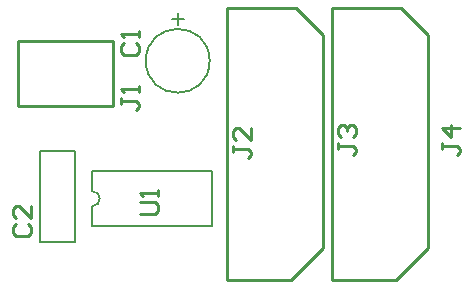
<source format=gto>
G04 Layer_Color=65535*
%FSLAX25Y25*%
%MOIN*%
G70*
G01*
G75*
%ADD21C,0.00787*%
%ADD22C,0.01000*%
D21*
X32500Y60992D02*
G03*
X32500Y65992I0J2500D01*
G01*
X71630Y109437D02*
G03*
X71630Y109437I-10630J0D01*
G01*
X32500Y54240D02*
X72500D01*
Y72744D01*
X32500D02*
X72500D01*
X32500Y65992D02*
Y72744D01*
Y54240D02*
Y60992D01*
X59000Y123374D02*
X63000D01*
X61000Y121374D02*
Y125374D01*
X15094Y49185D02*
X26906D01*
X15094D02*
Y79500D01*
X26906D01*
Y49185D02*
Y79500D01*
D22*
X39406Y94252D02*
Y115905D01*
X38224D02*
X39406D01*
X7909D02*
X38224D01*
X7909Y94252D02*
Y115905D01*
Y94252D02*
X39406D01*
X112413Y36500D02*
X133913D01*
X144413Y47000D01*
Y118000D01*
X135413Y127000D02*
X144413Y118000D01*
X112413Y127000D02*
X135413D01*
X112413Y36500D02*
Y127000D01*
X77413Y36500D02*
X98913D01*
X109413Y47000D01*
Y118000D01*
X100413Y127000D02*
X109413Y118000D01*
X77413Y127000D02*
X100413D01*
X77413Y36500D02*
Y127000D01*
X48502Y58500D02*
X53500D01*
X54500Y59500D01*
Y61499D01*
X53500Y62499D01*
X48502D01*
X54500Y64498D02*
Y66497D01*
Y65498D01*
X48502D01*
X49502Y64498D01*
X149002Y81999D02*
Y79999D01*
Y80999D01*
X154000D01*
X155000Y79999D01*
Y79000D01*
X154000Y78000D01*
X155000Y86997D02*
X149002D01*
X152001Y83998D01*
Y87997D01*
X114502Y81999D02*
Y79999D01*
Y80999D01*
X119500D01*
X120500Y79999D01*
Y79000D01*
X119500Y78000D01*
X115502Y83998D02*
X114502Y84998D01*
Y86997D01*
X115502Y87997D01*
X116501D01*
X117501Y86997D01*
Y85997D01*
Y86997D01*
X118501Y87997D01*
X119500D01*
X120500Y86997D01*
Y84998D01*
X119500Y83998D01*
X79502Y80999D02*
Y78999D01*
Y79999D01*
X84500D01*
X85500Y78999D01*
Y78000D01*
X84500Y77000D01*
X85500Y86997D02*
Y82998D01*
X81501Y86997D01*
X80502D01*
X79502Y85997D01*
Y83998D01*
X80502Y82998D01*
X42002Y96999D02*
Y94999D01*
Y95999D01*
X47000D01*
X48000Y94999D01*
Y94000D01*
X47000Y93000D01*
X48000Y98998D02*
Y100997D01*
Y99998D01*
X42002D01*
X43002Y98998D01*
X7002Y54999D02*
X6002Y53999D01*
Y52000D01*
X7002Y51000D01*
X11000D01*
X12000Y52000D01*
Y53999D01*
X11000Y54999D01*
X12000Y60997D02*
Y56998D01*
X8001Y60997D01*
X7002D01*
X6002Y59997D01*
Y57998D01*
X7002Y56998D01*
X43002Y115499D02*
X42002Y114499D01*
Y112500D01*
X43002Y111500D01*
X47000D01*
X48000Y112500D01*
Y114499D01*
X47000Y115499D01*
X48000Y117498D02*
Y119497D01*
Y118498D01*
X42002D01*
X43002Y117498D01*
M02*

</source>
